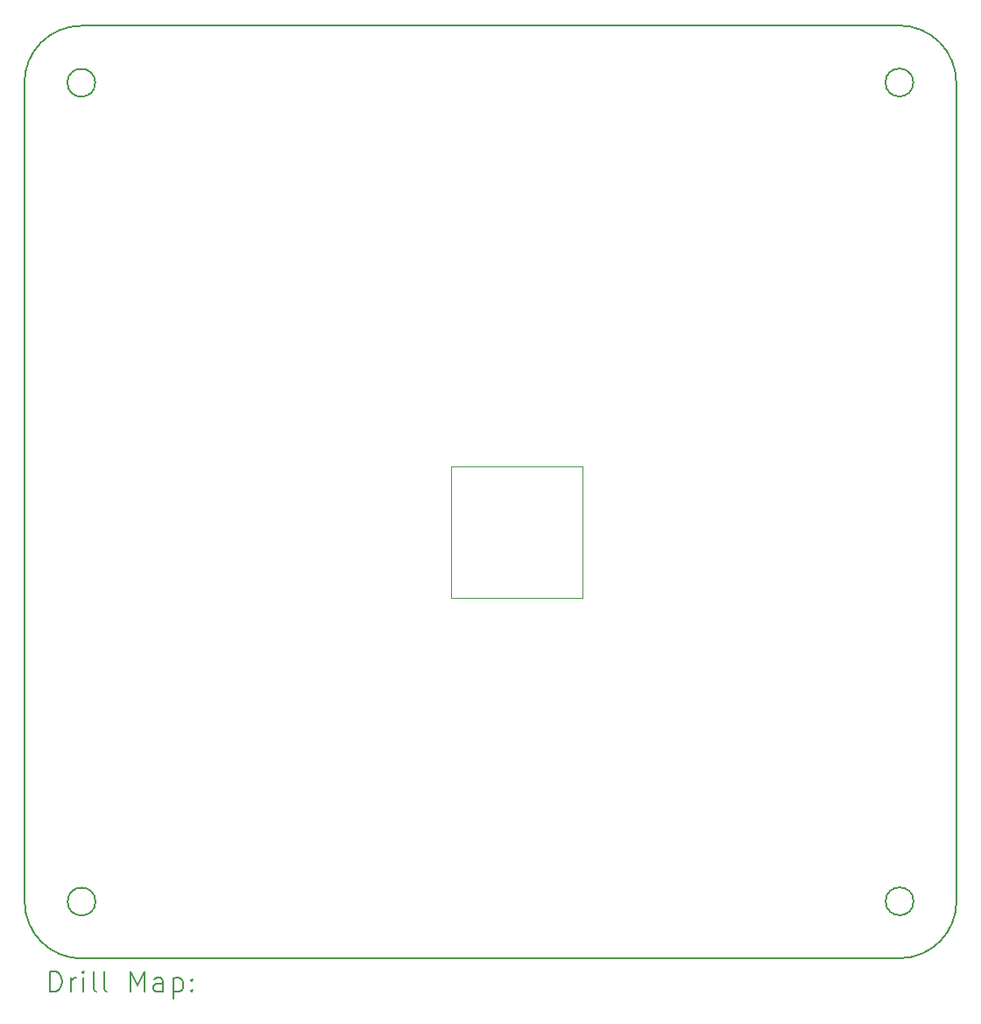
<source format=gbr>
%TF.GenerationSoftware,KiCad,Pcbnew,(6.0.8)*%
%TF.CreationDate,2023-03-18T14:48:20-05:00*%
%TF.ProjectId,board1,626f6172-6431-42e6-9b69-6361645f7063,rev?*%
%TF.SameCoordinates,Original*%
%TF.FileFunction,Drillmap*%
%TF.FilePolarity,Positive*%
%FSLAX45Y45*%
G04 Gerber Fmt 4.5, Leading zero omitted, Abs format (unit mm)*
G04 Created by KiCad (PCBNEW (6.0.8)) date 2023-03-18 14:48:20*
%MOMM*%
%LPD*%
G01*
G04 APERTURE LIST*
%ADD10C,0.200000*%
%ADD11C,0.100000*%
G04 APERTURE END LIST*
D10*
X16489620Y-12151750D02*
G75*
G03*
X16489620Y-12151750I-134620J0D01*
G01*
X8579620Y-4246750D02*
G75*
G03*
X8579620Y-4246750I-134620J0D01*
G01*
X8442500Y-3696750D02*
X16350000Y-3694250D01*
X16902500Y-4241761D02*
G75*
G03*
X16350000Y-3694250I-550006J-2494D01*
G01*
X16357489Y-12701750D02*
X8450000Y-12704250D01*
D11*
X13285580Y-9219490D02*
X12015580Y-9219490D01*
X12015580Y-9219490D02*
X12015580Y-7949490D01*
X12015580Y-7949490D02*
X13285580Y-7949490D01*
X13285580Y-7949490D02*
X13285580Y-9219490D01*
D10*
X7897500Y-12156739D02*
X7895000Y-4249250D01*
X7897500Y-12156739D02*
G75*
G03*
X8450000Y-12704250I550006J2494D01*
G01*
X16902500Y-4241761D02*
X16905000Y-12149250D01*
X8442511Y-3696750D02*
G75*
G03*
X7895000Y-4249250I2494J-550006D01*
G01*
X8582120Y-12154250D02*
G75*
G03*
X8582120Y-12154250I-134620J0D01*
G01*
X16487120Y-4244250D02*
G75*
G03*
X16487120Y-4244250I-134620J0D01*
G01*
X16357489Y-12701750D02*
G75*
G03*
X16905000Y-12149250I-2494J550006D01*
G01*
X8142613Y-13024732D02*
X8142613Y-12824732D01*
X8190232Y-12824732D01*
X8218804Y-12834256D01*
X8237851Y-12853303D01*
X8247375Y-12872351D01*
X8256899Y-12910446D01*
X8256899Y-12939017D01*
X8247375Y-12977113D01*
X8237851Y-12996160D01*
X8218804Y-13015208D01*
X8190232Y-13024732D01*
X8142613Y-13024732D01*
X8342613Y-13024732D02*
X8342613Y-12891398D01*
X8342613Y-12929494D02*
X8352137Y-12910446D01*
X8361661Y-12900922D01*
X8380709Y-12891398D01*
X8399756Y-12891398D01*
X8466423Y-13024732D02*
X8466423Y-12891398D01*
X8466423Y-12824732D02*
X8456899Y-12834256D01*
X8466423Y-12843779D01*
X8475947Y-12834256D01*
X8466423Y-12824732D01*
X8466423Y-12843779D01*
X8590232Y-13024732D02*
X8571185Y-13015208D01*
X8561661Y-12996160D01*
X8561661Y-12824732D01*
X8694994Y-13024732D02*
X8675947Y-13015208D01*
X8666423Y-12996160D01*
X8666423Y-12824732D01*
X8923566Y-13024732D02*
X8923566Y-12824732D01*
X8990232Y-12967589D01*
X9056899Y-12824732D01*
X9056899Y-13024732D01*
X9237852Y-13024732D02*
X9237852Y-12919970D01*
X9228328Y-12900922D01*
X9209280Y-12891398D01*
X9171185Y-12891398D01*
X9152137Y-12900922D01*
X9237852Y-13015208D02*
X9218804Y-13024732D01*
X9171185Y-13024732D01*
X9152137Y-13015208D01*
X9142613Y-12996160D01*
X9142613Y-12977113D01*
X9152137Y-12958065D01*
X9171185Y-12948541D01*
X9218804Y-12948541D01*
X9237852Y-12939017D01*
X9333090Y-12891398D02*
X9333090Y-13091398D01*
X9333090Y-12900922D02*
X9352137Y-12891398D01*
X9390232Y-12891398D01*
X9409280Y-12900922D01*
X9418804Y-12910446D01*
X9428328Y-12929494D01*
X9428328Y-12986636D01*
X9418804Y-13005684D01*
X9409280Y-13015208D01*
X9390232Y-13024732D01*
X9352137Y-13024732D01*
X9333090Y-13015208D01*
X9514042Y-13005684D02*
X9523566Y-13015208D01*
X9514042Y-13024732D01*
X9504518Y-13015208D01*
X9514042Y-13005684D01*
X9514042Y-13024732D01*
X9514042Y-12900922D02*
X9523566Y-12910446D01*
X9514042Y-12919970D01*
X9504518Y-12910446D01*
X9514042Y-12900922D01*
X9514042Y-12919970D01*
M02*

</source>
